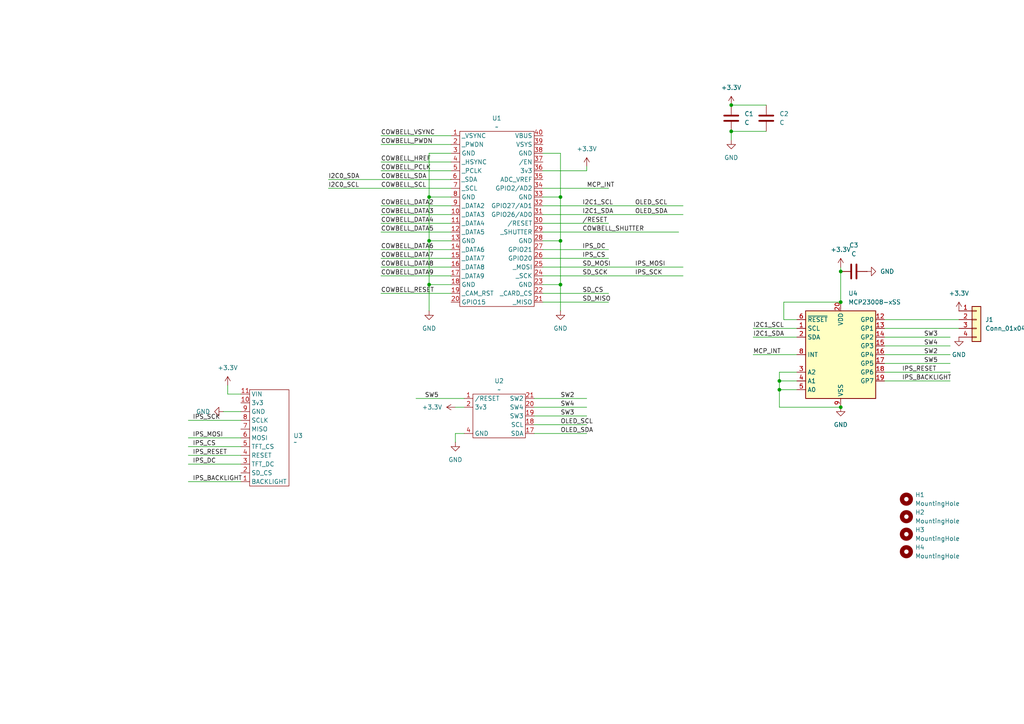
<source format=kicad_sch>
(kicad_sch (version 20231120) (generator "eeschema") (generator_version "8.0")
  (paper "A4")
  (lib_symbols
    (symbol "Connector_Generic:Conn_01x04" (pin_names (offset 1.016) hide)
      (property "Reference" "J" (at 0 5.08 0))
      (property "Value" "Conn_01x04" (at 0 -7.62 0))
      (symbol "Conn_01x04_1_1"
        (rectangle (start -1.27 -4.953) (end 0 -5.207) (stroke (width 0.1524)))
        (rectangle (start -1.27 -2.413) (end 0 -2.667) (stroke (width 0.1524)))
        (rectangle (start -1.27 0.127) (end 0 -0.127) (stroke (width 0.1524)))
        (rectangle (start -1.27 2.667) (end 0 2.413) (stroke (width 0.1524)))
        (rectangle (start -1.27 3.81) (end 1.27 -6.35) (stroke (width 0.254)) (fill (type background)))
        (pin passive line (at -5.08 2.54 0) (length 3.81) (name "Pin_1") (number "1"))
        (pin passive line (at -5.08 0 0) (length 3.81) (name "Pin_2") (number "2"))
        (pin passive line (at -5.08 -2.54 0) (length 3.81) (name "Pin_3") (number "3"))
        (pin passive line (at -5.08 -5.08 0) (length 3.81) (name "Pin_4") (number "4"))
      )
    )
    (symbol "Device:C" (pin_numbers hide) (pin_names (offset 0.254))
      (property "Reference" "C" (at 0.635 2.54 0))
      (property "Value" "C" (at 0.635 -2.54 0))
      (symbol "C_0_1"
        (polyline (pts (xy -2.032 -0.762) (xy 2.032 -0.762)) (stroke (width 0.508)))
        (polyline (pts (xy -2.032 0.762) (xy 2.032 0.762)) (stroke (width 0.508)))
      )
      (symbol "C_1_1"
        (pin passive line (at 0 3.81 270) (length 2.794) (name "~") (number "1"))
        (pin passive line (at 0 -3.81 90) (length 2.794) (name "~") (number "2"))
      )
    )
    (symbol "Interface_Expansion:MCP23008-xSS"
      (property "Reference" "U" (at -8.89 13.97 0))
      (property "Value" "MCP23008-xSS" (at 8.89 13.97 0))
      (symbol "MCP23008-xSS_0_1"
        (rectangle (start -10.16 12.7) (end 10.16 -12.7) (stroke (width 0.254)) (fill (type background)))
      )
      (symbol "MCP23008-xSS_1_1"
        (pin input line (at -12.7 7.62 0) (length 2.54) (name "SCL") (number "1"))
        (pin no_connect line (at -10.16 -2.54 0) (length 2.54) hide (name "NC") (number "10"))
        (pin no_connect line (at 10.16 -10.16 180) (length 2.54) hide (name "NC") (number "11"))
        (pin bidirectional line (at 12.7 10.16 180) (length 2.54) (name "GP0") (number "12"))
        (pin bidirectional line (at 12.7 7.62 180) (length 2.54) (name "GP1") (number "13"))
        (pin bidirectional line (at 12.7 5.08 180) (length 2.54) (name "GP2") (number "14"))
        (pin bidirectional line (at 12.7 2.54 180) (length 2.54) (name "GP3") (number "15"))
        (pin bidirectional line (at 12.7 0 180) (length 2.54) (name "GP4") (number "16"))
        (pin bidirectional line (at 12.7 -2.54 180) (length 2.54) (name "GP5") (number "17"))
        (pin bidirectional line (at 12.7 -5.08 180) (length 2.54) (name "GP6") (number "18"))
        (pin bidirectional line (at 12.7 -7.62 180) (length 2.54) (name "GP7") (number "19"))
        (pin bidirectional line (at -12.7 5.08 0) (length 2.54) (name "SDA") (number "2"))
        (pin power_in line (at 0 15.24 270) (length 2.54) (name "VDD") (number "20"))
        (pin input line (at -12.7 -5.08 0) (length 2.54) (name "A2") (number "3"))
        (pin input line (at -12.7 -7.62 0) (length 2.54) (name "A1") (number "4"))
        (pin input line (at -12.7 -10.16 0) (length 2.54) (name "A0") (number "5"))
        (pin input line (at -12.7 10.16 0) (length 2.54) (name "~{RESET}") (number "6"))
        (pin no_connect line (at -10.16 2.54 0) (length 2.54) hide (name "NC") (number "7"))
        (pin output line (at -12.7 0 0) (length 2.54) (name "INT") (number "8"))
        (pin power_in line (at 0 -15.24 90) (length 2.54) (name "VSS") (number "9"))
      )
    )
    (symbol "Mechanical:MountingHole" (pin_names (offset 1.016)) (exclude_from_sim yes) (in_bom no)
      (property "Reference" "H" (at 0 5.08 0))
      (property "Value" "MountingHole" (at 0 3.175 0))
      (symbol "MountingHole_0_1"
        (circle (center 0 0) (radius 1.27) (stroke (width 1.27)))
      )
    )
    (symbol "pico_light_meter:Adafruit_2.0_IPS_Display"
      (property "Reference" "U" (at 0 0 0))
      (symbol "Adafruit_2.0_IPS_Display_1_1"
        (rectangle (start 0 0) (end 11.43 -27.94))
        (pin input line (at -2.54 -26.67 0) (length 2.54) (name "BACKLIGHT") (number "1"))
        (pin input line (at -2.54 -3.81 0) (length 2.54) (name "3v3") (number "10"))
        (pin input line (at -2.54 -1.27 0) (length 2.54) (name "VIN") (number "11"))
        (pin input line (at -2.54 -24.13 0) (length 2.54) (name "SD_CS") (number "2"))
        (pin input line (at -2.54 -21.59 0) (length 2.54) (name "TFT_DC") (number "3"))
        (pin input line (at -2.54 -19.05 0) (length 2.54) (name "RESET") (number "4"))
        (pin input line (at -2.54 -16.51 0) (length 2.54) (name "TFT_CS") (number "5"))
        (pin input line (at -2.54 -13.97 0) (length 2.54) (name "MOSI") (number "6"))
        (pin input line (at -2.54 -11.43 0) (length 2.54) (name "MISO") (number "7"))
        (pin input line (at -2.54 -8.89 0) (length 2.54) (name "SCLK") (number "8"))
        (pin input line (at -2.54 -6.35 0) (length 2.54) (name "GND") (number "9"))
      )
    )
    (symbol "pico_light_meter:feather_oled"
      (property "Reference" "U" (at 0.762 1.016 0))
      (symbol "feather_oled_0_1"
        (rectangle (start 0 0) (end 15.24 -12.7))
      )
      (symbol "feather_oled_1_1"
        (pin input line (at -2.54 -1.27 0) (length 2.54) (name "/RESET") (number "1"))
        (pin input line (at 17.78 -11.43 180) (length 2.54) (name "SDA") (number "17"))
        (pin input line (at 17.78 -8.89 180) (length 2.54) (name "SCL") (number "18"))
        (pin input line (at 17.78 -6.35 180) (length 2.54) (name "SW3") (number "19"))
        (pin input line (at -2.54 -3.81 0) (length 2.54) (name "3v3") (number "2"))
        (pin input line (at 17.78 -3.81 180) (length 2.54) (name "SW4") (number "20"))
        (pin input line (at 17.78 -1.27 180) (length 2.54) (name "SW2") (number "21"))
        (pin input line (at -2.54 -11.43 0) (length 2.54) (name "GND") (number "4"))
      )
    )
    (symbol "pico_light_meter:pico_with_cowbell"
      (property "Reference" "U" (at 1.016 1.016 0))
      (symbol "pico_with_cowbell_0_1"
        (rectangle (start 0 0) (end 21.59 -50.8))
      )
      (symbol "pico_with_cowbell_1_1"
        (pin input line (at -2.54 -1.27 0) (length 2.54) (name "_VSYNC") (number "1"))
        (pin input line (at -2.54 -24.13 0) (length 2.54) (name "_DATA3") (number "10"))
        (pin input line (at -2.54 -26.67 0) (length 2.54) (name "_DATA4") (number "11"))
        (pin input line (at -2.54 -29.21 0) (length 2.54) (name "_DATA5") (number "12"))
        (pin input line (at -2.54 -31.75 0) (length 2.54) (name "GND") (number "13"))
        (pin input line (at -2.54 -34.29 0) (length 2.54) (name "_DATA6") (number "14"))
        (pin input line (at -2.54 -36.83 0) (length 2.54) (name "_DATA7") (number "15"))
        (pin input line (at -2.54 -39.37 0) (length 2.54) (name "_DATA8") (number "16"))
        (pin input line (at -2.614 -41.9681 0) (length 2.54) (name "_DATA9") (number "17"))
        (pin input line (at -2.54 -44.45 0) (length 2.54) (name "GND") (number "18"))
        (pin input line (at -2.54 -46.99 0) (length 2.54) (name "_CAM_RST") (number "19"))
        (pin input line (at -2.54 -3.81 0) (length 2.54) (name "_PWDN") (number "2"))
        (pin input line (at -2.54 -49.53 0) (length 2.54) (name "GPIO15") (number "20"))
        (pin input line (at 24.13 -49.53 180) (length 2.54) (name "_MISO") (number "21"))
        (pin input line (at 24.13 -46.99 180) (length 2.54) (name "_CARD_CS") (number "22"))
        (pin input line (at 24.13 -44.45 180) (length 2.54) (name "GND") (number "23"))
        (pin input line (at 24.13 -41.91 180) (length 2.54) (name "_SCK") (number "24"))
        (pin input line (at 24.13 -39.37 180) (length 2.54) (name "_MOSI") (number "25"))
        (pin input line (at 24.13 -36.83 180) (length 2.54) (name "GPIO20") (number "26"))
        (pin input line (at 24.13 -34.29 180) (length 2.54) (name "GPIO21") (number "27"))
        (pin input line (at 24.13 -31.75 180) (length 2.54) (name "GND") (number "28"))
        (pin input line (at 24.13 -29.21 180) (length 2.54) (name "_SHUTTER") (number "29"))
        (pin input line (at -2.54 -6.35 0) (length 2.54) (name "GND") (number "3"))
        (pin input line (at 24.13 -26.67 180) (length 2.54) (name "/RESET") (number "30"))
        (pin input line (at 24.13 -24.13 180) (length 2.54) (name "GPIO26/AD0") (number "31"))
        (pin input line (at 24.13 -21.59 180) (length 2.54) (name "GPIO27/AD1") (number "32"))
        (pin input line (at 24.13 -19.05 180) (length 2.54) (name "GND") (number "33"))
        (pin input line (at 24.13 -16.51 180) (length 2.54) (name "GPIO2/AD2") (number "34"))
        (pin input line (at 24.13 -13.97 180) (length 2.54) (name "ADC_VREF") (number "35"))
        (pin input line (at 24.13 -11.43 180) (length 2.54) (name "3v3") (number "36"))
        (pin input line (at 24.13 -8.89 180) (length 2.54) (name "/EN") (number "37"))
        (pin input line (at 24.13 -6.35 180) (length 2.54) (name "GND") (number "38"))
        (pin input line (at 24.13 -3.81 180) (length 2.54) (name "VSYS") (number "39"))
        (pin input line (at -2.54 -8.89 0) (length 2.54) (name "_HSYNC") (number "4"))
        (pin input line (at 24.13 -1.27 180) (length 2.54) (name "VBUS") (number "40"))
        (pin input line (at -2.54 -11.43 0) (length 2.54) (name "_PCLK") (number "5"))
        (pin input line (at -2.6513 -13.9439 0) (length 2.54) (name "_SDA") (number "6"))
        (pin input line (at -2.54 -16.51 0) (length 2.54) (name "_SCL") (number "7"))
        (pin input line (at -2.54 -19.05 0) (length 2.54) (name "GND") (number "8"))
        (pin input line (at -2.54 -21.59 0) (length 2.54) (name "_DATA2") (number "9"))
      )
    )
    (symbol "power:+3.3V" (power) (pin_numbers hide) (pin_names (offset 0) hide)
      (property "Value" "+3.3V" (at 0 3.556 0))
      (symbol "+3.3V_0_1"
        (polyline (pts (xy -0.762 1.27) (xy 0 2.54)))
        (polyline (pts (xy 0 0) (xy 0 2.54)))
        (polyline (pts (xy 0 2.54) (xy 0.762 1.27)))
      )
      (symbol "+3.3V_1_1"
        (pin power_in line (at 0 0 90) (length 0) (name "~") (number "1"))
      )
    )
    (symbol "power:GND" (power) (pin_numbers hide) (pin_names (offset 0) hide)
      (property "Value" "GND" (at 0 -3.81 0))
      (symbol "GND_0_1"
        (polyline (pts (xy 0 0) (xy 0 -1.27) (xy 1.27 -1.27) (xy 0 -2.54) (xy -1.27 -1.27) (xy 0 -1.27)))
      )
      (symbol "GND_1_1"
        (pin power_in line (at 0 0 270) (length 0) (name "~") (number "1"))
      )
    )
  )
  (junction (at 212.09 30.48))
  (junction (at 226.06 110.49))
  (junction (at 226.06 113.03))
  (junction (at 243.84 78.74))
  (junction (at 162.56 69.85))
  (junction (at 243.84 87.63))
  (junction (at 124.46 82.55))
  (junction (at 124.46 69.85))
  (junction (at 124.46 57.15))
  (junction (at 162.56 82.55))
  (junction (at 212.09 38.1))
  (junction (at 243.84 118.11))
  (junction (at 162.56 57.15))
  (wire (pts (xy 256.54 100.33) (xy 275.59 100.33)))
  (wire (pts (xy 134.62 115.57) (xy 120.65 115.57)))
  (wire (pts (xy 218.44 97.79) (xy 231.14 97.79)))
  (wire (pts (xy 243.84 77.47) (xy 243.84 78.74)))
  (wire (pts (xy 95.25 52.07) (xy 130.81 52.07)))
  (wire (pts (xy 110.49 85.09) (xy 130.81 85.09)))
  (wire (pts (xy 54.61 121.92) (xy 69.85 121.92)))
  (wire (pts (xy 243.84 87.63) (xy 227.33 87.63)))
  (wire (pts (xy 54.61 139.7) (xy 69.85 139.7)))
  (wire (pts (xy 154.94 125.73) (xy 170.18 125.73)))
  (wire (pts (xy 132.08 128.27) (xy 132.08 125.73)))
  (wire (pts (xy 226.06 110.49) (xy 226.06 113.03)))
  (wire (pts (xy 170.18 49.53) (xy 170.18 48.26)))
  (wire (pts (xy 256.54 105.41) (xy 275.59 105.41)))
  (wire (pts (xy 154.94 123.19) (xy 170.18 123.19)))
  (wire (pts (xy 162.56 44.45) (xy 157.48 44.45)))
  (wire (pts (xy 227.33 92.71) (xy 231.14 92.71)))
  (wire (pts (xy 110.49 64.77) (xy 130.81 64.77)))
  (wire (pts (xy 95.25 54.61) (xy 130.81 54.61)))
  (wire (pts (xy 157.48 87.63) (xy 176.53 87.63)))
  (wire (pts (xy 162.56 69.85) (xy 162.56 57.15)))
  (wire (pts (xy 256.54 95.25) (xy 278.13 95.25)))
  (wire (pts (xy 243.84 78.74) (xy 243.84 87.63)))
  (wire (pts (xy 54.61 134.62) (xy 69.85 134.62)))
  (wire (pts (xy 226.06 110.49) (xy 231.14 110.49)))
  (wire (pts (xy 256.54 110.49) (xy 275.59 110.49)))
  (wire (pts (xy 124.46 69.85) (xy 124.46 57.15)))
  (wire (pts (xy 157.48 59.69) (xy 198.12 59.69)))
  (wire (pts (xy 124.46 57.15) (xy 130.81 57.15)))
  (wire (pts (xy 124.46 90.17) (xy 124.46 82.55)))
  (wire (pts (xy 54.61 129.54) (xy 69.85 129.54)))
  (wire (pts (xy 256.54 102.87) (xy 275.59 102.87)))
  (wire (pts (xy 256.54 97.79) (xy 275.59 97.79)))
  (wire (pts (xy 218.44 95.25) (xy 231.14 95.25)))
  (wire (pts (xy 226.06 113.03) (xy 226.06 118.11)))
  (wire (pts (xy 124.46 69.85) (xy 130.81 69.85)))
  (wire (pts (xy 154.94 115.57) (xy 170.18 115.57)))
  (wire (pts (xy 157.48 74.93) (xy 176.53 74.93)))
  (wire (pts (xy 157.48 62.23) (xy 198.12 62.23)))
  (wire (pts (xy 162.56 57.15) (xy 162.56 44.45)))
  (wire (pts (xy 212.09 38.1) (xy 212.09 40.64)))
  (wire (pts (xy 154.94 118.11) (xy 170.18 118.11)))
  (wire (pts (xy 110.49 46.99) (xy 130.81 46.99)))
  (wire (pts (xy 54.61 127) (xy 69.85 127)))
  (wire (pts (xy 157.48 77.47) (xy 198.12 77.47)))
  (wire (pts (xy 157.48 82.55) (xy 162.56 82.55)))
  (wire (pts (xy 124.46 82.55) (xy 130.81 82.55)))
  (wire (pts (xy 124.46 44.45) (xy 130.81 44.45)))
  (wire (pts (xy 110.49 74.93) (xy 130.81 74.93)))
  (wire (pts (xy 226.06 113.03) (xy 231.14 113.03)))
  (wire (pts (xy 256.54 107.95) (xy 275.59 107.95)))
  (wire (pts (xy 218.44 102.87) (xy 231.14 102.87)))
  (wire (pts (xy 130.81 80.01) (xy 110.49 80.01)))
  (wire (pts (xy 110.49 77.47) (xy 130.81 77.47)))
  (wire (pts (xy 124.46 82.55) (xy 124.46 69.85)))
  (wire (pts (xy 110.49 49.53) (xy 130.81 49.53)))
  (wire (pts (xy 110.49 72.39) (xy 130.81 72.39)))
  (wire (pts (xy 54.61 132.08) (xy 69.85 132.08)))
  (wire (pts (xy 66.04 111.76) (xy 66.04 114.3)))
  (wire (pts (xy 212.09 38.1) (xy 222.25 38.1)))
  (wire (pts (xy 64.77 119.38) (xy 69.85 119.38)))
  (wire (pts (xy 110.49 39.37) (xy 130.81 39.37)))
  (wire (pts (xy 162.56 82.55) (xy 162.56 69.85)))
  (wire (pts (xy 212.09 30.48) (xy 222.25 30.48)))
  (wire (pts (xy 226.06 118.11) (xy 243.84 118.11)))
  (wire (pts (xy 256.54 92.71) (xy 278.13 92.71)))
  (wire (pts (xy 157.48 57.15) (xy 162.56 57.15)))
  (wire (pts (xy 227.33 87.63) (xy 227.33 92.71)))
  (wire (pts (xy 157.48 54.61) (xy 176.53 54.61)))
  (wire (pts (xy 231.14 107.95) (xy 226.06 107.95)))
  (wire (pts (xy 154.94 120.65) (xy 170.18 120.65)))
  (wire (pts (xy 157.48 67.31) (xy 196.85 67.31)))
  (wire (pts (xy 157.48 69.85) (xy 162.56 69.85)))
  (wire (pts (xy 157.48 72.39) (xy 176.53 72.39)))
  (wire (pts (xy 162.56 90.17) (xy 162.56 82.55)))
  (wire (pts (xy 124.46 57.15) (xy 124.46 44.45)))
  (wire (pts (xy 157.48 80.01) (xy 198.12 80.01)))
  (wire (pts (xy 157.48 49.53) (xy 170.18 49.53)))
  (wire (pts (xy 110.49 59.69) (xy 130.81 59.69)))
  (wire (pts (xy 157.48 85.09) (xy 176.53 85.09)))
  (wire (pts (xy 110.49 41.91) (xy 130.81 41.91)))
  (wire (pts (xy 110.49 62.23) (xy 130.81 62.23)))
  (wire (pts (xy 110.49 67.31) (xy 130.81 67.31)))
  (wire (pts (xy 66.04 114.3) (xy 69.85 114.3)))
  (wire (pts (xy 157.48 64.77) (xy 176.53 64.77)))
  (wire (pts (xy 132.08 125.73) (xy 134.62 125.73)))
  (wire (pts (xy 226.06 107.95) (xy 226.06 110.49)))
  (wire (pts (xy 132.08 118.11) (xy 134.62 118.11)))
  (label "COWBELL_HREF" (at 110.49 46.99 0))
  (label "SW2" (at 162.56 115.57 0))
  (label "IPS_CS" (at 55.88 129.54 0))
  (label "IPS_RESET" (at 261.62 107.95 0))
  (label "OLED_SDA" (at 184.15 62.23 0))
  (label "OLED_SCL" (at 162.56 123.19 0))
  (label "I2C0_SCL" (at 95.25 54.61 0))
  (label "COWBELL_DATA6" (at 110.49 72.39 0))
  (label "IPS_SCK" (at 55.88 121.92 0))
  (label "COWBELL_VSYNC" (at 110.49 39.37 0))
  (label "{slash}RESET" (at 168.91 64.77 0))
  (label "I2C1_SDA" (at 168.91 62.23 0))
  (label "IPS_BACKLIGHT" (at 55.88 139.7 0))
  (label "MCP_INT" (at 218.44 102.87 0))
  (label "SW3" (at 162.56 120.65 0))
  (label "COWBELL_DATA9" (at 110.49 80.01 0))
  (label "IPS_SCK" (at 184.15 80.01 0))
  (label "COWBELL_SDA" (at 110.49 52.07 0))
  (label "IPS_CS" (at 168.91 74.93 0))
  (label "IPS_MOSI" (at 55.88 127 0))
  (label "I2C1_SDA" (at 218.44 97.79 0))
  (label "COWBELL_SCL" (at 110.49 54.61 0))
  (label "I2C0_SDA" (at 95.25 52.07 0))
  (label "SW3" (at 267.97 97.79 0))
  (label "IPS_RESET" (at 55.88 132.08 0))
  (label "COWBELL_SHUTTER" (at 168.91 67.31 0))
  (label "I2C1_SCL" (at 218.44 95.25 0))
  (label "SD_SCK" (at 168.91 80.01 0))
  (label "OLED_SDA" (at 162.56 125.73 0))
  (label "COWBELL_DATA2" (at 110.49 59.69 0))
  (label "IPS_DC" (at 168.91 72.39 0))
  (label "SD_MOSI" (at 168.91 77.47 0))
  (label "SW5" (at 267.97 105.41 0))
  (label "COWBELL_PCLK" (at 110.49 49.53 0))
  (label "IPS_BACKLIGHT" (at 261.62 110.49 0))
  (label "IPS_DC" (at 55.88 134.62 0))
  (label "COWBELL_RESET" (at 110.49 85.09 0))
  (label "SD_CS" (at 168.91 85.09 0))
  (label "SW4" (at 162.56 118.11 0))
  (label "I2C1_SCL" (at 168.91 59.69 0))
  (label "SW2" (at 267.97 102.87 0))
  (label "COWBELL_PWDN" (at 110.49 41.91 0))
  (label "COWBELL_DATA7" (at 110.49 74.93 0))
  (label "SD_MISO" (at 168.91 87.63 0))
  (label "COWBELL_DATA3" (at 110.49 62.23 0))
  (label "COWBELL_DATA5" (at 110.49 67.31 0))
  (label "COWBELL_DATA8" (at 110.49 77.47 0))
  (label "COWBELL_DATA4" (at 110.49 64.77 0))
  (label "IPS_MOSI" (at 184.15 77.47 0))
  (label "OLED_SCL" (at 184.15 59.69 0))
  (label "SW5" (at 123.19 115.57 0))
  (label "MCP_INT" (at 170.18 54.61 0))
  (label "SW4" (at 267.97 100.33 0))
  (symbol (lib_id "Mechanical:MountingHole") (at 262.89 144.78 0) (unit 1) (exclude_from_sim yes) (in_bom no)
    (property "Reference" "H1" (at 265.43 143.5099 0) (effects (justify left)))
    (property "Value" "MountingHole" (at 265.43 146.0499 0) (effects (justify left)))
    (property "Footprint" "MountingHole:MountingHole_3.2mm_M3_ISO14580" (effects (hide yes)))
    (property "Description" "Mounting Hole without connection" (effects (hide yes)))
  )
  (symbol (lib_id "pico_light_meter:pico_with_cowbell") (at 133.35 38.1 0) (unit 1)
    (property "Reference" "U1" (at 144.0893 34.29 0))
    (property "Value" "~" (at 144.0893 36.83 0))
    (property "Footprint" "pico_light_meter:pico2_right_pins_only" (effects (hide yes)))
  )
  (symbol (lib_id "power:GND") (at 64.77 119.38 270) (unit 1)
    (property "Reference" "#PWR09" (effects (hide yes)))
    (property "Value" "GND" (at 60.96 119.3799 90) (effects (justify right)))
    (property "Description" "Power symbol creates a global label with name \"GND\" , ground" (effects (hide yes)))
  )
  (symbol (lib_id "power:+3.3V") (at 243.84 77.47 0) (unit 1)
    (property "Reference" "#PWR011" (effects (hide yes)))
    (property "Value" "+3.3V" (at 243.84 72.39 0))
    (property "Description" "Power symbol creates a global label with name \"+3.3V\"" (effects (hide yes)))
  )
  (symbol (lib_id "power:+3.3V") (at 278.13 90.17 0) (unit 1)
    (property "Reference" "#PWR014" (effects (hide yes)))
    (property "Value" "+3.3V" (at 278.13 85.09 0))
    (property "Description" "Power symbol creates a global label with name \"+3.3V\"" (effects (hide yes)))
  )
  (symbol (lib_id "power:GND") (at 162.56 90.17 0) (unit 1)
    (property "Reference" "#PWR02" (effects (hide yes)))
    (property "Value" "GND" (at 162.56 95.25 0))
    (property "Description" "Power symbol creates a global label with name \"GND\" , ground" (effects (hide yes)))
  )
  (symbol (lib_id "pico_light_meter:feather_oled") (at 137.16 114.3 0) (unit 1)
    (property "Reference" "U2" (at 144.78 110.49 0))
    (property "Value" "~" (at 144.78 113.03 0))
    (property "Footprint" "pico_light_meter:feather" (effects (hide yes)))
  )
  (symbol (lib_id "Mechanical:MountingHole") (at 262.89 149.86 0) (unit 1) (exclude_from_sim yes) (in_bom no)
    (property "Reference" "H2" (at 265.43 148.5899 0) (effects (justify left)))
    (property "Value" "MountingHole" (at 265.43 151.1299 0) (effects (justify left)))
    (property "Footprint" "MountingHole:MountingHole_3.2mm_M3_ISO14580" (effects (hide yes)))
    (property "Description" "Mounting Hole without connection" (effects (hide yes)))
  )
  (symbol (lib_id "power:+3.3V") (at 132.08 118.11 90) (unit 1)
    (property "Reference" "#PWR05" (effects (hide yes)))
    (property "Value" "+3.3V" (at 128.27 118.1099 90) (effects (justify left)))
    (property "Description" "Power symbol creates a global label with name \"+3.3V\"" (effects (hide yes)))
  )
  (symbol (lib_id "power:+3.3V") (at 170.18 48.26 0) (unit 1)
    (property "Reference" "#PWR04" (effects (hide yes)))
    (property "Value" "+3.3V" (at 170.18 43.18 0))
    (property "Description" "Power symbol creates a global label with name \"+3.3V\"" (effects (hide yes)))
  )
  (symbol (lib_id "Mechanical:MountingHole") (at 262.89 154.94 0) (unit 1) (exclude_from_sim yes) (in_bom no)
    (property "Reference" "H3" (at 265.43 153.6699 0) (effects (justify left)))
    (property "Value" "MountingHole" (at 265.43 156.2099 0) (effects (justify left)))
    (property "Footprint" "MountingHole:MountingHole_3.2mm_M3_ISO14580" (effects (hide yes)))
    (property "Description" "Mounting Hole without connection" (effects (hide yes)))
  )
  (symbol (lib_id "Device:C") (at 222.25 34.29 0) (unit 1)
    (property "Reference" "C2" (at 226.06 33.0199 0) (effects (justify left)))
    (property "Value" "C" (at 226.06 35.5599 0) (effects (justify left)))
    (property "Footprint" "Capacitor_SMD:C_0805_2012Metric_Pad1.18x1.45mm_HandSolder" (effects (hide yes)))
    (property "Description" "Unpolarized capacitor" (effects (hide yes)))
  )
  (symbol (lib_id "power:GND") (at 251.46 78.74 90) (unit 1)
    (property "Reference" "#PWR012" (effects (hide yes)))
    (property "Value" "GND" (at 255.27 78.7399 90) (effects (justify right)))
    (property "Description" "Power symbol creates a global label with name \"GND\" , ground" (effects (hide yes)))
  )
  (symbol (lib_id "pico_light_meter:Adafruit_2.0_IPS_Display") (at 72.39 113.03 0) (unit 1)
    (property "Reference" "U3" (at 85.09 126.3649 0) (effects (justify left)))
    (property "Value" "~" (at 85.09 128.27 0) (effects (justify left)))
    (property "Footprint" "pico_light_meter:adafruit_2.0_IPS_Display" (effects (hide yes)))
  )
  (symbol (lib_id "power:GND") (at 278.13 97.79 0) (unit 1)
    (property "Reference" "#PWR013" (effects (hide yes)))
    (property "Value" "GND" (at 278.13 102.87 0))
    (property "Description" "Power symbol creates a global label with name \"GND\" , ground" (effects (hide yes)))
  )
  (symbol (lib_id "power:+3.3V") (at 212.09 30.48 0) (unit 1)
    (property "Reference" "#PWR06" (effects (hide yes)))
    (property "Value" "+3.3V" (at 212.09 25.4 0))
    (property "Description" "Power symbol creates a global label with name \"+3.3V\"" (effects (hide yes)))
  )
  (symbol (lib_id "power:GND") (at 212.09 40.64 0) (unit 1)
    (property "Reference" "#PWR07" (effects (hide yes)))
    (property "Value" "GND" (at 212.09 45.72 0))
    (property "Description" "Power symbol creates a global label with name \"GND\" , ground" (effects (hide yes)))
  )
  (symbol (lib_id "power:GND") (at 243.84 118.11 0) (unit 1)
    (property "Reference" "#PWR010" (effects (hide yes)))
    (property "Value" "GND" (at 243.84 123.19 0))
    (property "Description" "Power symbol creates a global label with name \"GND\" , ground" (effects (hide yes)))
  )
  (symbol (lib_id "Device:C") (at 212.09 34.29 0) (unit 1)
    (property "Reference" "C1" (at 215.9 33.0199 0) (effects (justify left)))
    (property "Value" "C" (at 215.9 35.5599 0) (effects (justify left)))
    (property "Footprint" "Capacitor_SMD:C_0805_2012Metric_Pad1.18x1.45mm_HandSolder" (effects (hide yes)))
    (property "Description" "Unpolarized capacitor" (effects (hide yes)))
  )
  (symbol (lib_id "Mechanical:MountingHole") (at 262.89 160.02 0) (unit 1) (exclude_from_sim yes) (in_bom no)
    (property "Reference" "H4" (at 265.43 158.7499 0) (effects (justify left)))
    (property "Value" "MountingHole" (at 265.43 161.2899 0) (effects (justify left)))
    (property "Footprint" "MountingHole:MountingHole_3.2mm_M3_ISO14580" (effects (hide yes)))
    (property "Description" "Mounting Hole without connection" (effects (hide yes)))
  )
  (symbol (lib_id "Device:C") (at 247.65 78.74 90) (unit 1)
    (property "Reference" "C3" (at 247.65 71.12 90))
    (property "Value" "C" (at 247.65 73.66 90))
    (property "Footprint" "Capacitor_SMD:C_0805_2012Metric_Pad1.18x1.45mm_HandSolder" (effects (hide yes)))
    (property "Description" "Unpolarized capacitor" (effects (hide yes)))
  )
  (symbol (lib_id "Connector_Generic:Conn_01x04") (at 283.21 92.71 0) (unit 1)
    (property "Reference" "J1" (at 285.75 92.7099 0) (effects (justify left)))
    (property "Value" "Conn_01x04" (at 285.75 95.2499 0) (effects (justify left)))
    (property "Footprint" "Connector_PinHeader_2.54mm:PinHeader_1x04_P2.54mm_Vertical" (effects (hide yes)))
    (property "Description" "Generic connector, single row, 01x04, script generated (kicad-library-utils/schlib/autogen/connector/)" (effects (hide yes)))
  )
  (symbol (lib_id "power:+3.3V") (at 66.04 111.76 0) (unit 1)
    (property "Reference" "#PWR08" (effects (hide yes)))
    (property "Value" "+3.3V" (at 66.04 106.68 0))
    (property "Description" "Power symbol creates a global label with name \"+3.3V\"" (effects (hide yes)))
  )
  (symbol (lib_id "Interface_Expansion:MCP23008-xSS") (at 243.84 102.87 0) (unit 1)
    (property "Reference" "U4" (at 246.0341 85.09 0) (effects (justify left)))
    (property "Value" "MCP23008-xSS" (at 246.0341 87.63 0) (effects (justify left)))
    (property "Footprint" "Package_SO:SSOP-20_5.3x7.2mm_P0.65mm" (effects (hide yes)))
    (property "Datasheet" "http://ww1.microchip.com/downloads/en/DeviceDoc/MCP23008-MCP23S08-Data-Sheet-20001919F.pdf" (effects (hide yes)))
    (property "Description" "8-bit I/O expander, I2C, interrupts, SSOP-20" (effects (hide yes)))
  )
  (symbol (lib_id "power:GND") (at 124.46 90.17 0) (unit 1)
    (property "Reference" "#PWR01" (effects (hide yes)))
    (property "Value" "GND" (at 124.46 95.25 0))
    (property "Description" "Power symbol creates a global label with name \"GND\" , ground" (effects (hide yes)))
  )
  (symbol (lib_id "power:GND") (at 132.08 128.27 0) (unit 1)
    (property "Reference" "#PWR03" (effects (hide yes)))
    (property "Value" "GND" (at 132.08 133.35 0))
    (property "Description" "Power symbol creates a global label with name \"GND\" , ground" (effects (hide yes)))
  )
)
</source>
